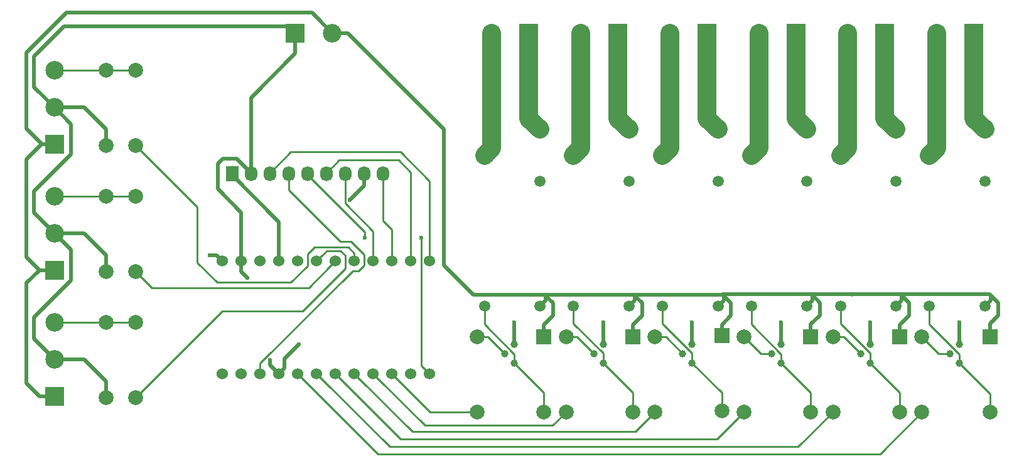
<source format=gbr>
G04 #@! TF.FileFunction,Copper,L2,Bot,Signal*
%FSLAX46Y46*%
G04 Gerber Fmt 4.6, Leading zero omitted, Abs format (unit mm)*
G04 Created by KiCad (PCBNEW 4.0.2-2.fc24-product) date Fri 09 Sep 2016 11:29:58 AEST*
%MOMM*%
G01*
G04 APERTURE LIST*
%ADD10C,0.100000*%
%ADD11C,1.500000*%
%ADD12C,1.998980*%
%ADD13R,1.998980X1.998980*%
%ADD14C,2.500000*%
%ADD15R,2.500000X2.500000*%
%ADD16C,1.000760*%
%ADD17R,1.727200X2.032000*%
%ADD18O,1.727200X2.032000*%
%ADD19C,1.524000*%
%ADD20C,0.600000*%
%ADD21C,0.250000*%
%ADD22C,0.500000*%
%ADD23C,2.500000*%
G04 APERTURE END LIST*
D10*
D11*
X164000000Y-77800000D03*
X171500000Y-77800000D03*
X164000000Y-57500000D03*
X171500000Y-61000000D03*
X171500000Y-54000000D03*
X200000000Y-77800000D03*
X207500000Y-77800000D03*
X200000000Y-57500000D03*
X207500000Y-61000000D03*
X207500000Y-54000000D03*
X176000000Y-77800000D03*
X183500000Y-77800000D03*
X176000000Y-57500000D03*
X183500000Y-61000000D03*
X183500000Y-54000000D03*
D12*
X175000000Y-82000000D03*
X175000000Y-92160000D03*
X160000000Y-92160000D03*
D13*
X160000000Y-82000000D03*
D12*
X172000000Y-92162540D03*
D13*
X172000000Y-82002540D03*
D12*
X184002540Y-92000000D03*
D13*
X184002540Y-81840000D03*
D12*
X196002540Y-92160000D03*
D13*
X196002540Y-82000000D03*
D12*
X208000000Y-92160000D03*
D13*
X208000000Y-82000000D03*
D12*
X220172540Y-92160000D03*
D13*
X220172540Y-82000000D03*
D14*
X94000000Y-46000000D03*
D15*
X94000000Y-56000000D03*
D14*
X94000000Y-51000000D03*
X94000000Y-63000000D03*
D15*
X94000000Y-73000000D03*
D14*
X94000000Y-68000000D03*
X94000000Y-80000000D03*
D15*
X94000000Y-90000000D03*
D14*
X94000000Y-85000000D03*
D15*
X126500000Y-41000000D03*
D14*
X131500000Y-41000000D03*
D16*
X154730000Y-84270000D03*
X156000000Y-83000000D03*
X156000000Y-85540000D03*
X166730000Y-84270000D03*
X168000000Y-83000000D03*
X168000000Y-85540000D03*
X178730000Y-84270000D03*
X180000000Y-83000000D03*
X180000000Y-85540000D03*
X190730000Y-84270000D03*
X192000000Y-83000000D03*
X192000000Y-85540000D03*
X202730000Y-84270000D03*
X204000000Y-83000000D03*
X204000000Y-85540000D03*
X214730000Y-84270000D03*
X216000000Y-83000000D03*
X216000000Y-85540000D03*
D12*
X101000000Y-46000000D03*
X101000000Y-56160000D03*
X101000000Y-63000000D03*
X101000000Y-73160000D03*
X101000000Y-80000000D03*
X101000000Y-90160000D03*
X105000000Y-56160000D03*
X105000000Y-46000000D03*
X105000000Y-73160000D03*
X105000000Y-63000000D03*
X105000000Y-90160000D03*
X105000000Y-80000000D03*
X151000000Y-82000000D03*
X151000000Y-92160000D03*
X163000000Y-82000000D03*
X163000000Y-92160000D03*
X187000000Y-82000000D03*
X187000000Y-92160000D03*
X199000000Y-82000000D03*
X199000000Y-92160000D03*
X211000000Y-82000000D03*
X211000000Y-92160000D03*
D11*
X152000000Y-77800000D03*
X159500000Y-77800000D03*
X152000000Y-57500000D03*
X159500000Y-61000000D03*
X159500000Y-54000000D03*
X188000000Y-77800000D03*
X195500000Y-77800000D03*
X188000000Y-57500000D03*
X195500000Y-61000000D03*
X195500000Y-54000000D03*
X212000000Y-77800000D03*
X219500000Y-77800000D03*
X212000000Y-57500000D03*
X219500000Y-61000000D03*
X219500000Y-54000000D03*
D15*
X158000000Y-41000000D03*
D14*
X153000000Y-41000000D03*
D15*
X170000000Y-41000000D03*
D14*
X165000000Y-41000000D03*
D15*
X182000000Y-41000000D03*
D14*
X177000000Y-41000000D03*
D15*
X206000000Y-41000000D03*
D14*
X201000000Y-41000000D03*
D15*
X218000000Y-41000000D03*
D14*
X213000000Y-41000000D03*
D15*
X194000000Y-41000000D03*
D14*
X189000000Y-41000000D03*
D17*
X118000000Y-60000000D03*
D18*
X120540000Y-60000000D03*
X123080000Y-60000000D03*
X125620000Y-60000000D03*
X128160000Y-60000000D03*
X130700000Y-60000000D03*
X133240000Y-60000000D03*
X135780000Y-60000000D03*
X138320000Y-60000000D03*
D19*
X116680000Y-87000000D03*
X119220000Y-87000000D03*
X121760000Y-87000000D03*
X124300000Y-87000000D03*
X126840000Y-87000000D03*
X129380000Y-87000000D03*
X131920000Y-87000000D03*
X134460000Y-87000000D03*
X137000000Y-87000000D03*
X139540000Y-87000000D03*
X142080000Y-87000000D03*
X144620000Y-87000000D03*
X116680000Y-71760000D03*
X119220000Y-71760000D03*
X121760000Y-71760000D03*
X124300000Y-71760000D03*
X126840000Y-71760000D03*
X129380000Y-71760000D03*
X131920000Y-71760000D03*
X134460000Y-71760000D03*
X137000000Y-71760000D03*
X139540000Y-71760000D03*
X142080000Y-71760000D03*
X144620000Y-71760000D03*
D20*
X114929164Y-70986810D03*
X90259469Y-71000000D03*
X156000000Y-80000000D03*
X168000000Y-80000000D03*
X180000000Y-80000000D03*
X192000000Y-80000000D03*
X204000000Y-80000000D03*
X216000000Y-80000000D03*
X127000000Y-83000000D03*
X123101809Y-85101809D03*
X120000000Y-74000000D03*
X143510000Y-68580000D03*
X135890000Y-68580000D03*
X124300000Y-67310000D03*
X133865010Y-63500000D03*
D21*
X152000000Y-77800000D02*
X152000000Y-80318435D01*
X152000000Y-80318435D02*
X156000000Y-84318435D01*
X156000000Y-84832356D02*
X156000000Y-85540000D01*
X156000000Y-84318435D02*
X156000000Y-84832356D01*
X156000000Y-85540000D02*
X160000000Y-89540000D01*
X160000000Y-89540000D02*
X160000000Y-92160000D01*
D22*
X160091026Y-76271768D02*
X150471768Y-76271768D01*
X150471768Y-76271768D02*
X146535839Y-72335839D01*
X146535839Y-72335839D02*
X146535839Y-53999487D01*
X146535839Y-53999487D02*
X133536352Y-41000000D01*
X133536352Y-41000000D02*
X131500000Y-41000000D01*
X159500000Y-77800000D02*
X160249999Y-77050001D01*
X160249999Y-77050001D02*
X160249999Y-76430741D01*
X160249999Y-76430741D02*
X160091026Y-76271768D01*
X161255680Y-77436422D02*
X160091026Y-76271768D01*
X171500000Y-77800000D02*
X172249999Y-77050001D01*
X172249999Y-77050001D02*
X172249999Y-76422757D01*
X172249999Y-76422757D02*
X172099010Y-76271768D01*
X173250277Y-77423035D02*
X172099010Y-76271768D01*
X183500000Y-77800000D02*
X184249999Y-77050001D01*
X184249999Y-77050001D02*
X184249999Y-76436616D01*
X184249999Y-76436616D02*
X184090083Y-76276700D01*
X195500000Y-77800000D02*
X196249999Y-77050001D01*
X196249999Y-77050001D02*
X196249999Y-76390822D01*
X196249999Y-76390822D02*
X196107694Y-76248517D01*
X207500000Y-77800000D02*
X208249999Y-77050001D01*
X208249999Y-77050001D02*
X208249999Y-76402561D01*
X208249999Y-76402561D02*
X208095955Y-76248517D01*
X219500000Y-77800000D02*
X220249999Y-77050001D01*
X220249999Y-77050001D02*
X220249999Y-76410784D01*
X220249999Y-76410784D02*
X220087732Y-76248517D01*
X94000000Y-56000000D02*
X92352809Y-56000000D01*
X95603112Y-38226119D02*
X128726119Y-38226119D01*
X128726119Y-38226119D02*
X129500000Y-39000000D01*
X92352809Y-56000000D02*
X90232686Y-53879877D01*
X90232686Y-53879877D02*
X90232686Y-43596545D01*
X90232686Y-43596545D02*
X95603112Y-38226119D01*
X129500000Y-39000000D02*
X131500000Y-41000000D01*
X189551483Y-76248517D02*
X184118266Y-76248517D01*
X184118266Y-76248517D02*
X184090083Y-76276700D01*
X202000000Y-76262609D02*
X201537391Y-76262609D01*
X208081863Y-76262609D02*
X202000000Y-76262609D01*
X202000000Y-76262609D02*
X196121786Y-76262609D01*
X196121786Y-76262609D02*
X196107694Y-76248517D01*
X213551483Y-76248517D02*
X208095955Y-76248517D01*
X208095955Y-76248517D02*
X208081863Y-76262609D01*
X116680000Y-71760000D02*
X115906810Y-70986810D01*
X115353428Y-70986810D02*
X114929164Y-70986810D01*
X115906810Y-70986810D02*
X115353428Y-70986810D01*
X90259469Y-57990531D02*
X90259469Y-71000000D01*
X90259469Y-71000000D02*
X90259469Y-71259469D01*
X160091026Y-76271768D02*
X165528232Y-76271768D01*
X172099010Y-76271768D02*
X177518368Y-76271768D01*
X177518368Y-76271768D02*
X177523300Y-76276700D01*
X201523300Y-76276700D02*
X201537391Y-76262609D01*
X213537391Y-76262609D02*
X213551483Y-76248517D01*
X196002540Y-82000000D02*
X196002540Y-80327446D01*
X196002540Y-80327446D02*
X197235006Y-79094980D01*
X197235006Y-79094980D02*
X197235006Y-77375829D01*
X197235006Y-77375829D02*
X196107694Y-76248517D01*
X196107694Y-76248517D02*
X189551483Y-76248517D01*
X220172540Y-82000000D02*
X220172540Y-80207941D01*
X220172540Y-80207941D02*
X221257319Y-79123162D01*
X221257319Y-79123162D02*
X221257319Y-77418104D01*
X221257319Y-77418104D02*
X220087732Y-76248517D01*
X220087732Y-76248517D02*
X213551483Y-76248517D01*
X208000000Y-82000000D02*
X208000000Y-80360519D01*
X208000000Y-80360519D02*
X209251449Y-79109070D01*
X209251449Y-79109070D02*
X209251449Y-77432195D01*
X209251449Y-77432195D02*
X208081863Y-76262609D01*
X184002540Y-81840000D02*
X184002540Y-80380292D01*
X184002540Y-80380292D02*
X185245578Y-79137254D01*
X184090083Y-76276700D02*
X177523300Y-76276700D01*
X185245578Y-79137254D02*
X185245578Y-77432195D01*
X185245578Y-77432195D02*
X184090083Y-76276700D01*
X172000000Y-82002540D02*
X172000000Y-80360053D01*
X172000000Y-80360053D02*
X173250277Y-79109776D01*
X173250277Y-79109776D02*
X173250277Y-77423035D01*
X172099010Y-76271768D02*
X165528232Y-76271768D01*
X160000000Y-82000000D02*
X160000000Y-80392229D01*
X160000000Y-80392229D02*
X161255680Y-79136549D01*
X161255680Y-79136549D02*
X161255680Y-77436422D01*
X94000000Y-56000000D02*
X92250000Y-56000000D01*
X92250000Y-56000000D02*
X90259469Y-57990531D01*
X90259469Y-71259469D02*
X92000000Y-73000000D01*
X92000000Y-73000000D02*
X90259868Y-74740132D01*
X90259868Y-74740132D02*
X90259868Y-88259868D01*
X90259868Y-88259868D02*
X92000000Y-90000000D01*
X92000000Y-90000000D02*
X94000000Y-90000000D01*
X92000000Y-73000000D02*
X94000000Y-73000000D01*
D21*
X164000000Y-77800000D02*
X164000000Y-80221565D01*
X164000000Y-80221565D02*
X168000000Y-84221565D01*
X168000000Y-84221565D02*
X168000000Y-84832356D01*
X168000000Y-84832356D02*
X168000000Y-85540000D01*
X168000000Y-85540000D02*
X172000000Y-89540000D01*
X172000000Y-89540000D02*
X172000000Y-92162540D01*
X176000000Y-77800000D02*
X176000000Y-80221565D01*
X180000000Y-84221565D02*
X180000000Y-84832356D01*
X176000000Y-80221565D02*
X180000000Y-84221565D01*
X180000000Y-84832356D02*
X180000000Y-85540000D01*
X180000000Y-85540000D02*
X184002540Y-89542540D01*
X184002540Y-89542540D02*
X184002540Y-92000000D01*
X188000000Y-77800000D02*
X188000000Y-80318435D01*
X188000000Y-80318435D02*
X192000000Y-84318435D01*
X192000000Y-84318435D02*
X192000000Y-84832356D01*
X192000000Y-84832356D02*
X192000000Y-85540000D01*
X192000000Y-85540000D02*
X196002540Y-89542540D01*
X196002540Y-89542540D02*
X196002540Y-92160000D01*
X200000000Y-77800000D02*
X200000000Y-80221565D01*
X200000000Y-80221565D02*
X204000000Y-84221565D01*
X204000000Y-84221565D02*
X204000000Y-84832356D01*
X204000000Y-84832356D02*
X204000000Y-85540000D01*
X204000000Y-85540000D02*
X208000000Y-89540000D01*
X208000000Y-89540000D02*
X208000000Y-92160000D01*
X212000000Y-77800000D02*
X212000000Y-80318435D01*
X216000000Y-84318435D02*
X216000000Y-84832356D01*
X212000000Y-80318435D02*
X216000000Y-84318435D01*
X216000000Y-84832356D02*
X216000000Y-85540000D01*
X216000000Y-85540000D02*
X220172540Y-89712540D01*
X220172540Y-89712540D02*
X220172540Y-92160000D01*
X101000000Y-46000000D02*
X105000000Y-46000000D01*
X94000000Y-46000000D02*
X101000000Y-46000000D01*
D22*
X94000000Y-51000000D02*
X91243997Y-48243997D01*
X91243997Y-48243997D02*
X91243997Y-44105288D01*
X91243997Y-44105288D02*
X95293603Y-40055682D01*
X95293603Y-40055682D02*
X125555682Y-40055682D01*
X125555682Y-40055682D02*
X126500000Y-41000000D01*
X120540000Y-49710000D02*
X126500000Y-43750000D01*
X126500000Y-43750000D02*
X126500000Y-41000000D01*
X156000000Y-83000000D02*
X156000000Y-80000000D01*
X168000000Y-83000000D02*
X168000000Y-80000000D01*
X180000000Y-83000000D02*
X180000000Y-80000000D01*
X192000000Y-83000000D02*
X192000000Y-80000000D01*
X204000000Y-83000000D02*
X204000000Y-80000000D01*
X216000000Y-80000000D02*
X216000000Y-83000000D01*
X125061999Y-84938001D02*
X127000000Y-83000000D01*
X124300000Y-87000000D02*
X125061999Y-86238001D01*
X125061999Y-86238001D02*
X125061999Y-84938001D01*
X124300000Y-87000000D02*
X123101809Y-85801809D01*
X123101809Y-85526073D02*
X123101809Y-85101809D01*
X123101809Y-85801809D02*
X123101809Y-85526073D01*
X119220000Y-71760000D02*
X119220000Y-65220000D01*
X119220000Y-65220000D02*
X116019807Y-62019807D01*
X116019807Y-62019807D02*
X116019807Y-58605586D01*
X116019807Y-58605586D02*
X116705604Y-57919789D01*
X116705604Y-57919789D02*
X118612189Y-57919789D01*
X118612189Y-57919789D02*
X120540000Y-59847600D01*
X120540000Y-59847600D02*
X120540000Y-60000000D01*
X119220000Y-71760000D02*
X119220000Y-73220000D01*
X119220000Y-73220000D02*
X120000000Y-74000000D01*
X120540000Y-60000000D02*
X120540000Y-49710000D01*
X94000000Y-51000000D02*
X96261998Y-53261998D01*
X96261998Y-53261998D02*
X96261998Y-57337449D01*
X92750001Y-66750001D02*
X94000000Y-68000000D01*
X96261998Y-57337449D02*
X91254146Y-62345301D01*
X91254146Y-65254146D02*
X92750001Y-66750001D01*
X91254146Y-62345301D02*
X91254146Y-65254146D01*
X94000000Y-68000000D02*
X94015889Y-68000000D01*
X94015889Y-68000000D02*
X96241672Y-70225783D01*
X96241672Y-70225783D02*
X96241672Y-74348627D01*
X96241672Y-74348627D02*
X91250477Y-79339822D01*
X91250477Y-79339822D02*
X91250477Y-82250477D01*
X91250477Y-82250477D02*
X92750001Y-83750001D01*
X92750001Y-83750001D02*
X94000000Y-85000000D01*
X101000000Y-88000000D02*
X101000000Y-90160000D01*
X98000000Y-85000000D02*
X101000000Y-88000000D01*
X94000000Y-85000000D02*
X98000000Y-85000000D01*
X101000000Y-71000000D02*
X101000000Y-73160000D01*
X98000000Y-68000000D02*
X101000000Y-71000000D01*
X94000000Y-68000000D02*
X98000000Y-68000000D01*
X101000000Y-54000000D02*
X101000000Y-56160000D01*
X98000000Y-51000000D02*
X101000000Y-54000000D01*
X94000000Y-51000000D02*
X98000000Y-51000000D01*
D21*
X101000000Y-63000000D02*
X105000000Y-63000000D01*
X94000000Y-63000000D02*
X101000000Y-63000000D01*
X101000000Y-80000000D02*
X105000000Y-80000000D01*
X94000000Y-80000000D02*
X101000000Y-80000000D01*
D23*
X158000000Y-41000000D02*
X158000000Y-52500000D01*
X158000000Y-52500000D02*
X159500000Y-54000000D01*
X153000000Y-41000000D02*
X153000000Y-56500000D01*
X153000000Y-56500000D02*
X152000000Y-57500000D01*
X170000000Y-41000000D02*
X170000000Y-52500000D01*
X170000000Y-52500000D02*
X171500000Y-54000000D01*
X165000000Y-41000000D02*
X165000000Y-56500000D01*
X165000000Y-56500000D02*
X164000000Y-57500000D01*
X182000000Y-41000000D02*
X182000000Y-52500000D01*
X182000000Y-52500000D02*
X183500000Y-54000000D01*
X177000000Y-41000000D02*
X177000000Y-56500000D01*
X177000000Y-56500000D02*
X176000000Y-57500000D01*
X206000000Y-41000000D02*
X206000000Y-52500000D01*
X206000000Y-52500000D02*
X207500000Y-54000000D01*
X201000000Y-41000000D02*
X201000000Y-56500000D01*
X201000000Y-56500000D02*
X200000000Y-57500000D01*
X218000000Y-41000000D02*
X218000000Y-52500000D01*
X218000000Y-52500000D02*
X219500000Y-54000000D01*
X213000000Y-41000000D02*
X213000000Y-56500000D01*
X213000000Y-56500000D02*
X212000000Y-57500000D01*
X194000000Y-41000000D02*
X194000000Y-52500000D01*
X194000000Y-52500000D02*
X195500000Y-54000000D01*
X189000000Y-41000000D02*
X189000000Y-56500000D01*
X189000000Y-56500000D02*
X188000000Y-57500000D01*
D21*
X151000000Y-82000000D02*
X152460000Y-82000000D01*
X152460000Y-82000000D02*
X154730000Y-84270000D01*
X163000000Y-82000000D02*
X164460000Y-82000000D01*
X164460000Y-82000000D02*
X166730000Y-84270000D01*
X175000000Y-82000000D02*
X176460000Y-82000000D01*
X176460000Y-82000000D02*
X178730000Y-84270000D01*
X190730000Y-84270000D02*
X189270000Y-84270000D01*
X189270000Y-84270000D02*
X187000000Y-82000000D01*
X199000000Y-82000000D02*
X200460000Y-82000000D01*
X200460000Y-82000000D02*
X202730000Y-84270000D01*
X214730000Y-84270000D02*
X213270000Y-84270000D01*
X213270000Y-84270000D02*
X211000000Y-82000000D01*
X105000000Y-56160000D02*
X113296087Y-64456087D01*
X113296087Y-64456087D02*
X113296087Y-71954047D01*
X113296087Y-71954047D02*
X115967042Y-74625002D01*
X125903099Y-74625002D02*
X128142780Y-72385321D01*
X115967042Y-74625002D02*
X125903099Y-74625002D01*
X128142780Y-72385321D02*
X128142780Y-70844234D01*
X128142780Y-70844234D02*
X129092351Y-69894663D01*
X129092351Y-69894663D02*
X133672293Y-69894663D01*
X133672293Y-69894663D02*
X134460000Y-70682370D01*
X134460000Y-70682370D02*
X134460000Y-71760000D01*
X105000000Y-73160000D02*
X107191049Y-75351049D01*
X107191049Y-75351049D02*
X128328951Y-75351049D01*
X128328951Y-75351049D02*
X131158001Y-72521999D01*
X131158001Y-72521999D02*
X131920000Y-71760000D01*
X133199154Y-70945326D02*
X132598502Y-70344674D01*
X130141999Y-70998001D02*
X129380000Y-71760000D01*
X130795326Y-70344674D02*
X130141999Y-70998001D01*
X132598502Y-70344674D02*
X130795326Y-70344674D01*
X116655480Y-78504520D02*
X127454970Y-78504520D01*
X133199154Y-72760336D02*
X133199154Y-70945326D01*
X127454970Y-78504520D02*
X133199154Y-72760336D01*
X105000000Y-90160000D02*
X116655480Y-78504520D01*
X151000000Y-92160000D02*
X144700000Y-92160000D01*
X144700000Y-92160000D02*
X139540000Y-87000000D01*
X143954028Y-93954028D02*
X137761999Y-87761999D01*
X137761999Y-87761999D02*
X137000000Y-87000000D01*
X163000000Y-92160000D02*
X161205972Y-93954028D01*
X161205972Y-93954028D02*
X143954028Y-93954028D01*
X137160000Y-87160000D02*
X137000000Y-87000000D01*
X135221999Y-87761999D02*
X134460000Y-87000000D01*
X142261758Y-94801758D02*
X135221999Y-87761999D01*
X172358242Y-94801758D02*
X142261758Y-94801758D01*
X175000000Y-92160000D02*
X172358242Y-94801758D01*
X132681999Y-87761999D02*
X131920000Y-87000000D01*
X140696647Y-95776647D02*
X132681999Y-87761999D01*
X183383353Y-95776647D02*
X140696647Y-95776647D01*
X187000000Y-92160000D02*
X183383353Y-95776647D01*
X130141999Y-87761999D02*
X129380000Y-87000000D01*
X139216310Y-96836310D02*
X130141999Y-87761999D01*
X194323690Y-96836310D02*
X139216310Y-96836310D01*
X199000000Y-92160000D02*
X194323690Y-96836310D01*
X127601999Y-87761999D02*
X126840000Y-87000000D01*
X137640037Y-97800037D02*
X127601999Y-87761999D01*
X205359963Y-97800037D02*
X137640037Y-97800037D01*
X211000000Y-92160000D02*
X205359963Y-97800037D01*
X121760000Y-87000000D02*
X121760000Y-85559706D01*
X132576588Y-69105198D02*
X125620000Y-62148610D01*
X121760000Y-85559706D02*
X134222419Y-73097287D01*
X135738401Y-72339295D02*
X135738401Y-70883951D01*
X134222419Y-73097287D02*
X134980409Y-73097287D01*
X134980409Y-73097287D02*
X135738401Y-72339295D01*
X135738401Y-70883951D02*
X133959648Y-69105198D01*
X133959648Y-69105198D02*
X132576588Y-69105198D01*
X125620000Y-62148610D02*
X125620000Y-60000000D01*
X143510000Y-68580000D02*
X143510000Y-85890000D01*
X143510000Y-85890000D02*
X144620000Y-87000000D01*
X128160000Y-60000000D02*
X128160000Y-60152400D01*
X128160000Y-60152400D02*
X135890000Y-67882400D01*
X135890000Y-67882400D02*
X135890000Y-68580000D01*
X144620000Y-71760000D02*
X144620000Y-60974503D01*
X144620000Y-60974503D02*
X140679682Y-57034185D01*
X140679682Y-57034185D02*
X125893415Y-57034185D01*
X125893415Y-57034185D02*
X123080000Y-59847600D01*
X123080000Y-59847600D02*
X123080000Y-60000000D01*
X130700000Y-60000000D02*
X130700000Y-59847600D01*
X132400046Y-58147554D02*
X140413973Y-58147554D01*
X130700000Y-59847600D02*
X132400046Y-58147554D01*
X140413973Y-58147554D02*
X142080000Y-59813581D01*
X142080000Y-59813581D02*
X142080000Y-70682370D01*
X142080000Y-70682370D02*
X142080000Y-71760000D01*
X138320000Y-66320000D02*
X139540000Y-67540000D01*
X139540000Y-67540000D02*
X139540000Y-71760000D01*
X138320000Y-60000000D02*
X138320000Y-66320000D01*
X133240000Y-60000000D02*
X133240000Y-63976332D01*
X133240000Y-63976332D02*
X137000000Y-67736332D01*
X137000000Y-67736332D02*
X137000000Y-71760000D01*
D22*
X124300000Y-66452400D02*
X124300000Y-67310000D01*
X124300000Y-67310000D02*
X124300000Y-70682370D01*
X135780000Y-60000000D02*
X135780000Y-61585010D01*
X135780000Y-61585010D02*
X133865010Y-63500000D01*
X124300000Y-70682370D02*
X124300000Y-71760000D01*
X118000000Y-60152400D02*
X124300000Y-66452400D01*
X118000000Y-60000000D02*
X118000000Y-60152400D01*
M02*

</source>
